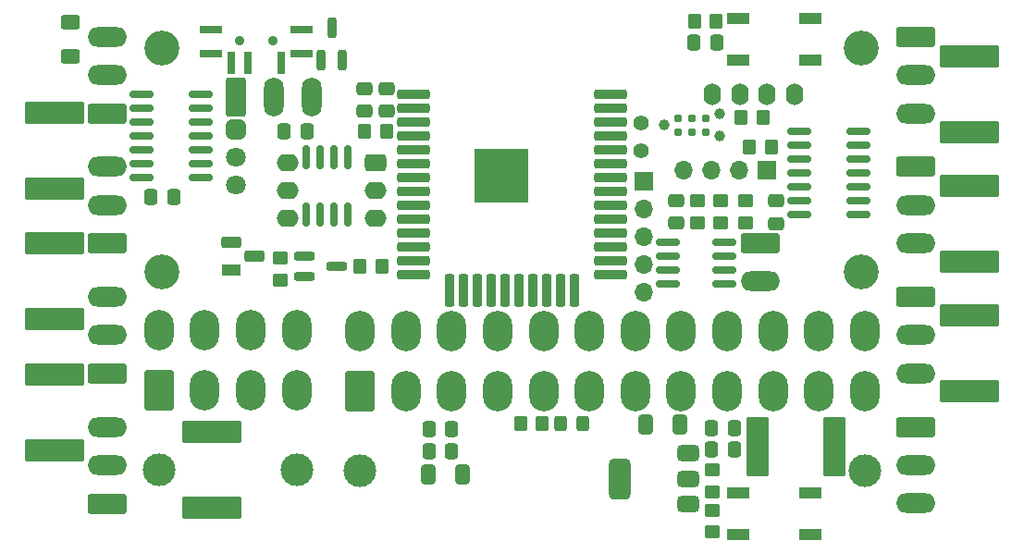
<source format=gbr>
%TF.GenerationSoftware,KiCad,Pcbnew,8.0.7*%
%TF.CreationDate,2025-01-14T17:57:31+01:00*%
%TF.ProjectId,esp32_octal_wled,65737033-325f-46f6-9374-616c5f776c65,rev?*%
%TF.SameCoordinates,Original*%
%TF.FileFunction,Soldermask,Top*%
%TF.FilePolarity,Negative*%
%FSLAX46Y46*%
G04 Gerber Fmt 4.6, Leading zero omitted, Abs format (unit mm)*
G04 Created by KiCad (PCBNEW 8.0.7) date 2025-01-14 17:57:31*
%MOMM*%
%LPD*%
G01*
G04 APERTURE LIST*
G04 Aperture macros list*
%AMRoundRect*
0 Rectangle with rounded corners*
0 $1 Rounding radius*
0 $2 $3 $4 $5 $6 $7 $8 $9 X,Y pos of 4 corners*
0 Add a 4 corners polygon primitive as box body*
4,1,4,$2,$3,$4,$5,$6,$7,$8,$9,$2,$3,0*
0 Add four circle primitives for the rounded corners*
1,1,$1+$1,$2,$3*
1,1,$1+$1,$4,$5*
1,1,$1+$1,$6,$7*
1,1,$1+$1,$8,$9*
0 Add four rect primitives between the rounded corners*
20,1,$1+$1,$2,$3,$4,$5,0*
20,1,$1+$1,$4,$5,$6,$7,0*
20,1,$1+$1,$6,$7,$8,$9,0*
20,1,$1+$1,$8,$9,$2,$3,0*%
G04 Aperture macros list end*
%ADD10RoundRect,0.250001X2.474999X-0.799999X2.474999X0.799999X-2.474999X0.799999X-2.474999X-0.799999X0*%
%ADD11RoundRect,0.250001X-2.474999X0.799999X-2.474999X-0.799999X2.474999X-0.799999X2.474999X0.799999X0*%
%ADD12R,2.000000X1.000000*%
%ADD13RoundRect,0.150000X0.950000X0.150000X-0.950000X0.150000X-0.950000X-0.150000X0.950000X-0.150000X0*%
%ADD14RoundRect,0.250000X0.337500X0.475000X-0.337500X0.475000X-0.337500X-0.475000X0.337500X-0.475000X0*%
%ADD15C,3.200000*%
%ADD16RoundRect,0.250000X0.350000X0.450000X-0.350000X0.450000X-0.350000X-0.450000X0.350000X-0.450000X0*%
%ADD17RoundRect,0.250000X-0.337500X-0.475000X0.337500X-0.475000X0.337500X0.475000X-0.337500X0.475000X0*%
%ADD18C,1.400000*%
%ADD19RoundRect,0.200000X0.200000X-0.750000X0.200000X0.750000X-0.200000X0.750000X-0.200000X-0.750000X0*%
%ADD20RoundRect,0.250001X-0.799999X-2.474999X0.799999X-2.474999X0.799999X2.474999X-0.799999X2.474999X0*%
%ADD21RoundRect,0.250000X0.475000X-0.337500X0.475000X0.337500X-0.475000X0.337500X-0.475000X-0.337500X0*%
%ADD22RoundRect,0.225000X-1.275000X-0.225000X1.275000X-0.225000X1.275000X0.225000X-1.275000X0.225000X0*%
%ADD23RoundRect,0.225000X0.225000X-1.275000X0.225000X1.275000X-0.225000X1.275000X-0.225000X-1.275000X0*%
%ADD24RoundRect,0.225000X1.275000X0.225000X-1.275000X0.225000X-1.275000X-0.225000X1.275000X-0.225000X0*%
%ADD25R,5.000000X5.000000*%
%ADD26RoundRect,0.250000X0.450000X-0.350000X0.450000X0.350000X-0.450000X0.350000X-0.450000X-0.350000X0*%
%ADD27RoundRect,0.250000X-0.350000X-0.450000X0.350000X-0.450000X0.350000X0.450000X-0.350000X0.450000X0*%
%ADD28RoundRect,0.250000X0.412500X0.650000X-0.412500X0.650000X-0.412500X-0.650000X0.412500X-0.650000X0*%
%ADD29C,0.900000*%
%ADD30R,0.700000X2.000000*%
%ADD31R,2.000000X0.800000*%
%ADD32RoundRect,0.250000X-0.450000X0.350000X-0.450000X-0.350000X0.450000X-0.350000X0.450000X0.350000X0*%
%ADD33RoundRect,0.250000X0.625000X-0.400000X0.625000X0.400000X-0.625000X0.400000X-0.625000X-0.400000X0*%
%ADD34RoundRect,0.200000X-0.750000X-0.200000X0.750000X-0.200000X0.750000X0.200000X-0.750000X0.200000X0*%
%ADD35RoundRect,0.375000X0.625000X0.375000X-0.625000X0.375000X-0.625000X-0.375000X0.625000X-0.375000X0*%
%ADD36RoundRect,0.500000X0.500000X1.400000X-0.500000X1.400000X-0.500000X-1.400000X0.500000X-1.400000X0*%
%ADD37RoundRect,0.150000X-0.950000X-0.150000X0.950000X-0.150000X0.950000X0.150000X-0.950000X0.150000X0*%
%ADD38C,0.990600*%
%ADD39C,0.787400*%
%ADD40RoundRect,0.150000X0.150000X-0.950000X0.150000X0.950000X-0.150000X0.950000X-0.150000X-0.950000X0*%
%ADD41RoundRect,0.250000X-0.325000X-0.450000X0.325000X-0.450000X0.325000X0.450000X-0.325000X0.450000X0*%
%ADD42RoundRect,0.250000X1.550000X-0.650000X1.550000X0.650000X-1.550000X0.650000X-1.550000X-0.650000X0*%
%ADD43O,3.600000X1.800000*%
%ADD44RoundRect,0.250000X-1.550000X0.650000X-1.550000X-0.650000X1.550000X-0.650000X1.550000X0.650000X0*%
%ADD45RoundRect,0.400000X0.600000X0.400000X-0.600000X0.400000X-0.600000X-0.400000X0.600000X-0.400000X0*%
%ADD46O,2.000000X1.600000*%
%ADD47C,3.000000*%
%ADD48RoundRect,0.250001X-1.099999X-1.599999X1.099999X-1.599999X1.099999X1.599999X-1.099999X1.599999X0*%
%ADD49O,2.700000X3.700000*%
%ADD50RoundRect,0.450000X-0.450000X0.450000X-0.450000X-0.450000X0.450000X-0.450000X0.450000X0.450000X0*%
%ADD51C,1.800000*%
%ADD52R,1.700000X1.700000*%
%ADD53O,1.700000X1.700000*%
%ADD54R,1.800000X1.100000*%
%ADD55RoundRect,0.275000X0.625000X-0.275000X0.625000X0.275000X-0.625000X0.275000X-0.625000X-0.275000X0*%
%ADD56O,1.600000X2.000000*%
%ADD57RoundRect,0.250000X-0.650000X-1.550000X0.650000X-1.550000X0.650000X1.550000X-0.650000X1.550000X0*%
%ADD58O,1.800000X3.600000*%
G04 APERTURE END LIST*
D10*
%TO.C,F2*%
X103100000Y-140275000D03*
X103100000Y-133325000D03*
%TD*%
D11*
%TO.C,F1*%
X117500000Y-138625000D03*
X117500000Y-145575000D03*
%TD*%
D12*
%TO.C,SW2*%
X165700000Y-100800000D03*
X172300000Y-100800000D03*
X165700000Y-104600000D03*
X172300000Y-104600000D03*
%TD*%
D13*
%TO.C,U3*%
X116475000Y-115360000D03*
X116475000Y-114090000D03*
X116475000Y-112820000D03*
X116475000Y-111550000D03*
X116475000Y-110280000D03*
X116475000Y-109010000D03*
X116475000Y-107740000D03*
X111125000Y-107740000D03*
X111125000Y-109010000D03*
X111125000Y-110280000D03*
X111125000Y-111550000D03*
X111125000Y-112820000D03*
X111125000Y-114090000D03*
X111125000Y-115360000D03*
%TD*%
D14*
%TO.C,C4*%
X139487500Y-140400000D03*
X137412500Y-140400000D03*
%TD*%
%TO.C,C3*%
X139487500Y-138400000D03*
X137412500Y-138400000D03*
%TD*%
D15*
%TO.C,H4*%
X113000000Y-124000000D03*
%TD*%
D16*
%TO.C,R8*%
X163700000Y-101000000D03*
X161700000Y-101000000D03*
%TD*%
D15*
%TO.C,H2*%
X177000000Y-103500000D03*
%TD*%
D17*
%TO.C,C9*%
X163262500Y-140250000D03*
X165337500Y-140250000D03*
%TD*%
D18*
%TO.C,J9*%
X156800000Y-110300000D03*
X156800000Y-112840000D03*
%TD*%
D19*
%TO.C,D1*%
X127550000Y-104600000D03*
X129450000Y-104600000D03*
X128500000Y-101600000D03*
%TD*%
D10*
%TO.C,F5*%
X186900000Y-111175000D03*
X186900000Y-104225000D03*
%TD*%
D20*
%TO.C,F8*%
X167525000Y-140000000D03*
X174475000Y-140000000D03*
%TD*%
D21*
%TO.C,C13*%
X160000000Y-119487500D03*
X160000000Y-117412500D03*
%TD*%
D22*
%TO.C,U2*%
X135995000Y-107690000D03*
X135995000Y-108960000D03*
X135995000Y-110230000D03*
X135995000Y-111500000D03*
X135995000Y-112770000D03*
X135995000Y-114040000D03*
X135995000Y-115310000D03*
X135995000Y-116580000D03*
X135995000Y-117850000D03*
X135995000Y-119120000D03*
X135995000Y-120390000D03*
X135995000Y-121660000D03*
X135995000Y-122930000D03*
X135995000Y-124200000D03*
D23*
X139280000Y-125700000D03*
X140550000Y-125700000D03*
X141820000Y-125700000D03*
X143090000Y-125700000D03*
X144360000Y-125700000D03*
X145630000Y-125700000D03*
X146900000Y-125700000D03*
X148170000Y-125700000D03*
X149440000Y-125700000D03*
X150710000Y-125700000D03*
D24*
X153995000Y-124200000D03*
X153995000Y-122930000D03*
X153995000Y-121660000D03*
X153995000Y-120390000D03*
X153995000Y-119120000D03*
X153995000Y-117850000D03*
X153995000Y-116580000D03*
X153995000Y-115310000D03*
X153995000Y-114040000D03*
X153995000Y-112770000D03*
X153995000Y-111500000D03*
X153995000Y-110230000D03*
X153995000Y-108960000D03*
X153995000Y-107690000D03*
D25*
X143995000Y-115190000D03*
%TD*%
D26*
%TO.C,R12*%
X163350000Y-147800000D03*
X163350000Y-145800000D03*
%TD*%
D21*
%TO.C,C7*%
X131495000Y-109237500D03*
X131495000Y-107162500D03*
%TD*%
D26*
%TO.C,R2*%
X161950000Y-119450000D03*
X161950000Y-117450000D03*
%TD*%
D15*
%TO.C,H1*%
X113000000Y-103500000D03*
%TD*%
D10*
%TO.C,F7*%
X186900000Y-134875000D03*
X186900000Y-127925000D03*
%TD*%
D27*
%TO.C,R5*%
X166000000Y-109850000D03*
X168000000Y-109850000D03*
%TD*%
D17*
%TO.C,C2*%
X163262500Y-138250000D03*
X165337500Y-138250000D03*
%TD*%
D28*
%TO.C,C5*%
X140462500Y-142550000D03*
X137337500Y-142550000D03*
%TD*%
D10*
%TO.C,F6*%
X186900000Y-123075000D03*
X186900000Y-116125000D03*
%TD*%
D15*
%TO.C,H3*%
X177000000Y-124000000D03*
%TD*%
D14*
%TO.C,C12*%
X126237500Y-111100000D03*
X124162500Y-111100000D03*
%TD*%
D27*
%TO.C,R9*%
X145800000Y-137850000D03*
X147800000Y-137850000D03*
%TD*%
D26*
%TO.C,R10*%
X166350000Y-119450000D03*
X166350000Y-117450000D03*
%TD*%
D10*
%TO.C,F4*%
X103100000Y-116375000D03*
X103100000Y-109425000D03*
%TD*%
D16*
%TO.C,R4*%
X133100000Y-123500000D03*
X131100000Y-123500000D03*
%TD*%
D29*
%TO.C,SW1*%
X123100000Y-102842500D03*
X120100000Y-102842500D03*
D30*
X123850000Y-104852500D03*
X120850000Y-104852500D03*
X119350000Y-104852500D03*
D31*
X125750000Y-103952500D03*
X125750000Y-101742500D03*
X117450000Y-103952500D03*
X117450000Y-101742500D03*
%TD*%
D32*
%TO.C,R3*%
X164100000Y-117450000D03*
X164100000Y-119450000D03*
%TD*%
D28*
%TO.C,C1*%
X160362500Y-137950000D03*
X157237500Y-137950000D03*
%TD*%
D33*
%TO.C,R1*%
X104550000Y-104200000D03*
X104550000Y-101100000D03*
%TD*%
D17*
%TO.C,C10*%
X111962500Y-117150000D03*
X114037500Y-117150000D03*
%TD*%
D34*
%TO.C,Q2*%
X126000000Y-122500000D03*
X126000000Y-124400000D03*
X129000000Y-123450000D03*
%TD*%
D10*
%TO.C,F3*%
X103100000Y-128275000D03*
X103100000Y-121325000D03*
%TD*%
D35*
%TO.C,U1*%
X161150000Y-145200000D03*
X161150000Y-142900000D03*
D36*
X154850000Y-142900000D03*
D35*
X161150000Y-140600000D03*
%TD*%
D12*
%TO.C,SW4*%
X172300000Y-148000000D03*
X165700000Y-148000000D03*
X172300000Y-144200000D03*
X165700000Y-144200000D03*
%TD*%
D37*
%TO.C,U7*%
X159250000Y-121295000D03*
X159250000Y-122565000D03*
X159250000Y-123835000D03*
X159250000Y-125105000D03*
X164450000Y-125105000D03*
X164450000Y-123835000D03*
X164450000Y-122565000D03*
X164450000Y-121295000D03*
%TD*%
D38*
%TO.C,J3*%
X158960000Y-110535000D03*
X164040000Y-109519000D03*
X164040000Y-111551000D03*
D39*
X160230000Y-111170000D03*
X160230000Y-109900000D03*
X161500000Y-111170000D03*
X161500000Y-109900000D03*
X162770000Y-111170000D03*
X162770000Y-109900000D03*
%TD*%
D26*
%TO.C,R11*%
X163350000Y-144100000D03*
X163350000Y-142100000D03*
%TD*%
D16*
%TO.C,R7*%
X133500000Y-111100000D03*
X131500000Y-111100000D03*
%TD*%
D17*
%TO.C,C8*%
X161662500Y-103000000D03*
X163737500Y-103000000D03*
%TD*%
D40*
%TO.C,U5*%
X126130000Y-118700000D03*
X127400000Y-118700000D03*
X128670000Y-118700000D03*
X129940000Y-118700000D03*
X129940000Y-113500000D03*
X128670000Y-113500000D03*
X127400000Y-113500000D03*
X126130000Y-113500000D03*
%TD*%
D13*
%TO.C,U4*%
X176675000Y-118710000D03*
X176675000Y-117440000D03*
X176675000Y-116170000D03*
X176675000Y-114900000D03*
X176675000Y-113630000D03*
X176675000Y-112360000D03*
X176675000Y-111090000D03*
X171325000Y-111090000D03*
X171325000Y-112360000D03*
X171325000Y-113630000D03*
X171325000Y-114900000D03*
X171325000Y-116170000D03*
X171325000Y-117440000D03*
X171325000Y-118710000D03*
%TD*%
D21*
%TO.C,C11*%
X169150000Y-119537500D03*
X169150000Y-117462500D03*
%TD*%
%TO.C,C6*%
X133495000Y-109237500D03*
X133495000Y-107162500D03*
%TD*%
D41*
%TO.C,D2*%
X149475000Y-137850000D03*
X151525000Y-137850000D03*
%TD*%
D26*
%TO.C,R14*%
X123800000Y-124700000D03*
X123800000Y-122700000D03*
%TD*%
D16*
%TO.C,R6*%
X168750000Y-112550000D03*
X166750000Y-112550000D03*
%TD*%
D42*
%TO.C,J7*%
X107995000Y-109450000D03*
D43*
X107995000Y-105950000D03*
X107995000Y-102450000D03*
%TD*%
D44*
%TO.C,J14*%
X181995000Y-114350000D03*
D43*
X181995000Y-117850000D03*
X181995000Y-121350000D03*
%TD*%
D45*
%TO.C,U6*%
X132500000Y-114000000D03*
D46*
X132500000Y-116540000D03*
X132500000Y-119080000D03*
X124480000Y-119080000D03*
X124480000Y-116540000D03*
X124480000Y-114000000D03*
%TD*%
D44*
%TO.C,J15*%
X181995000Y-126250000D03*
D43*
X181995000Y-129750000D03*
X181995000Y-133250000D03*
%TD*%
D42*
%TO.C,J1*%
X107995000Y-145200000D03*
D43*
X107995000Y-141700000D03*
X107995000Y-138200000D03*
%TD*%
D47*
%TO.C,J12*%
X131095000Y-142200000D03*
X177295000Y-142200000D03*
D48*
X131095000Y-134900000D03*
D49*
X135295000Y-134900000D03*
X139495000Y-134900000D03*
X143695000Y-134900000D03*
X147895000Y-134900000D03*
X152095000Y-134900000D03*
X156295000Y-134900000D03*
X160495000Y-134900000D03*
X164695000Y-134900000D03*
X168895000Y-134900000D03*
X173095000Y-134900000D03*
X177295000Y-134900000D03*
X131095000Y-129400000D03*
X135295000Y-129400000D03*
X139495000Y-129400000D03*
X143695000Y-129400000D03*
X147895000Y-129400000D03*
X152095000Y-129400000D03*
X156295000Y-129400000D03*
X160495000Y-129400000D03*
X164695000Y-129400000D03*
X168895000Y-129400000D03*
X173095000Y-129400000D03*
X177295000Y-129400000D03*
%TD*%
D42*
%TO.C,J2*%
X107995000Y-133250000D03*
D43*
X107995000Y-129750000D03*
X107995000Y-126250000D03*
%TD*%
D50*
%TO.C,U10*%
X119696000Y-110960000D03*
D51*
X119696000Y-113500000D03*
X119696000Y-116040000D03*
%TD*%
D44*
%TO.C,J13*%
X181995000Y-102450000D03*
D43*
X181995000Y-105950000D03*
X181995000Y-109450000D03*
%TD*%
D52*
%TO.C,J17*%
X157100000Y-115650000D03*
D53*
X157100000Y-118190000D03*
X157100000Y-120730000D03*
X157100000Y-123270000D03*
X157100000Y-125810000D03*
%TD*%
D44*
%TO.C,J5*%
X167700000Y-121317500D03*
D43*
X167700000Y-124817500D03*
%TD*%
D54*
%TO.C,U9*%
X119350000Y-123800000D03*
D55*
X121420000Y-122530000D03*
X119350000Y-121260000D03*
%TD*%
D56*
%TO.C,J11*%
X163350000Y-107672500D03*
X165850000Y-107672500D03*
X168350000Y-107672500D03*
X170850000Y-107672500D03*
%TD*%
D57*
%TO.C,J4*%
X119700000Y-107995000D03*
D58*
X123200000Y-107995000D03*
X126700000Y-107995000D03*
%TD*%
D42*
%TO.C,J6*%
X108000000Y-121350000D03*
D43*
X108000000Y-117850000D03*
X108000000Y-114350000D03*
%TD*%
D52*
%TO.C,J18*%
X168300000Y-114675000D03*
D53*
X165760000Y-114675000D03*
X163220000Y-114675000D03*
X160680000Y-114675000D03*
%TD*%
D44*
%TO.C,J16*%
X181995000Y-138150000D03*
D43*
X181995000Y-141650000D03*
X181995000Y-145150000D03*
%TD*%
D47*
%TO.C,J8*%
X112695000Y-142100000D03*
X125295000Y-142100000D03*
D48*
X112695000Y-134800000D03*
D49*
X116895000Y-134800000D03*
X121095000Y-134800000D03*
X125295000Y-134800000D03*
X112695000Y-129300000D03*
X116895000Y-129300000D03*
X121095000Y-129300000D03*
X125295000Y-129300000D03*
%TD*%
M02*

</source>
